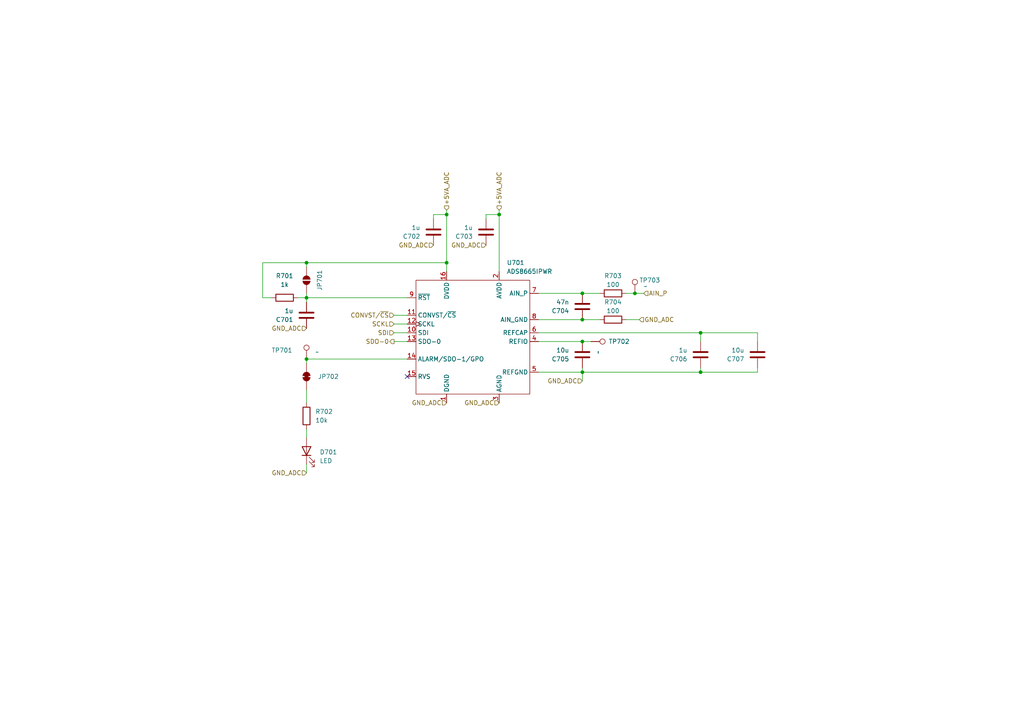
<source format=kicad_sch>
(kicad_sch
	(version 20231120)
	(generator "eeschema")
	(generator_version "8.0")
	(uuid "604e28fb-84bf-4194-9f42-c2afd33081d3")
	(paper "A4")
	(title_block
		(title "Measurement")
		(date "2025-02-22")
		(rev "0.0.0")
		(company "Open Battery Tester")
		(comment 1 "Analog Digital Converter")
	)
	(lib_symbols
		(symbol "meas:ADS866x"
			(exclude_from_sim no)
			(in_bom yes)
			(on_board yes)
			(property "Reference" "U"
				(at 0 15.24 0)
				(effects
					(font
						(size 1.27 1.27)
					)
				)
			)
			(property "Value" "ADS866x"
				(at 0 12.7 0)
				(effects
					(font
						(size 1.27 1.27)
					)
				)
			)
			(property "Footprint" "Package_SO:TSSOP-16_4.4x5mm_P0.65mm"
				(at 0 -41.91 0)
				(effects
					(font
						(size 1.27 1.27)
					)
					(hide yes)
				)
			)
			(property "Datasheet" "http://www.ti.com/lit/ds/symlink/ads8665.pdf"
				(at 0 -44.45 0)
				(effects
					(font
						(size 1.27 1.27)
					)
					(hide yes)
				)
			)
			(property "Description" "12-Bit, 500-kSPS/1.25-MSPS, 1-Channels, Single-Supply, SAR ADC with Programmable Input Range, TSSOP-14"
				(at 0 -38.1 0)
				(effects
					(font
						(size 1.27 1.27)
					)
					(hide yes)
				)
			)
			(property "ki_keywords" "adc analog digital spi bipolar input"
				(at 0 0 0)
				(effects
					(font
						(size 1.27 1.27)
					)
					(hide yes)
				)
			)
			(property "ki_fp_filters" "TSSOP*4.4x9.7mm*P0.5mm*"
				(at 0 0 0)
				(effects
					(font
						(size 1.27 1.27)
					)
					(hide yes)
				)
			)
			(symbol "ADS866x_0_0"
				(pin power_in line
					(at -7.62 -25.4 90)
					(length 2.54)
					(name "DGND"
						(effects
							(font
								(size 1.27 1.27)
							)
						)
					)
					(number "1"
						(effects
							(font
								(size 1.27 1.27)
							)
						)
					)
				)
				(pin input line
					(at -19.05 -5.08 0)
					(length 2.54)
					(name "SDI"
						(effects
							(font
								(size 1.27 1.27)
							)
						)
					)
					(number "10"
						(effects
							(font
								(size 1.27 1.27)
							)
						)
					)
				)
				(pin input line
					(at -19.05 0 0)
					(length 2.54)
					(name "CONVST/~{CS}"
						(effects
							(font
								(size 1.27 1.27)
							)
						)
					)
					(number "11"
						(effects
							(font
								(size 1.27 1.27)
							)
						)
					)
				)
				(pin input clock
					(at -19.05 -2.54 0)
					(length 2.54)
					(name "SCKL"
						(effects
							(font
								(size 1.27 1.27)
							)
						)
					)
					(number "12"
						(effects
							(font
								(size 1.27 1.27)
							)
						)
					)
				)
				(pin output line
					(at -19.05 -7.62 0)
					(length 2.54)
					(name "SDO-0"
						(effects
							(font
								(size 1.27 1.27)
							)
						)
					)
					(number "13"
						(effects
							(font
								(size 1.27 1.27)
							)
						)
					)
				)
				(pin output line
					(at -19.05 -12.7 0)
					(length 2.54)
					(name "ALARM/SDO-1/GPO"
						(effects
							(font
								(size 1.27 1.27)
							)
						)
					)
					(number "14"
						(effects
							(font
								(size 1.27 1.27)
							)
						)
					)
				)
				(pin output line
					(at -19.05 -17.78 0)
					(length 2.54)
					(name "RVS"
						(effects
							(font
								(size 1.27 1.27)
							)
						)
					)
					(number "15"
						(effects
							(font
								(size 1.27 1.27)
							)
						)
					)
				)
				(pin power_in line
					(at -7.62 12.7 270)
					(length 2.54)
					(name "DVDD"
						(effects
							(font
								(size 1.27 1.27)
							)
						)
					)
					(number "16"
						(effects
							(font
								(size 1.27 1.27)
							)
						)
					)
				)
				(pin power_in line
					(at 7.62 12.7 270)
					(length 2.54)
					(name "AVDD"
						(effects
							(font
								(size 1.27 1.27)
							)
						)
					)
					(number "2"
						(effects
							(font
								(size 1.27 1.27)
							)
						)
					)
				)
				(pin power_in line
					(at 7.62 -25.4 90)
					(length 2.54)
					(name "AGND"
						(effects
							(font
								(size 1.27 1.27)
							)
						)
					)
					(number "3"
						(effects
							(font
								(size 1.27 1.27)
							)
						)
					)
				)
				(pin bidirectional line
					(at 19.05 -7.62 180)
					(length 2.54)
					(name "REFIO"
						(effects
							(font
								(size 1.27 1.27)
							)
						)
					)
					(number "4"
						(effects
							(font
								(size 1.27 1.27)
							)
						)
					)
				)
				(pin power_in line
					(at 19.05 -16.51 180)
					(length 2.54)
					(name "REFGND"
						(effects
							(font
								(size 1.27 1.27)
							)
						)
					)
					(number "5"
						(effects
							(font
								(size 1.27 1.27)
							)
						)
					)
				)
				(pin output line
					(at 19.05 -5.08 180)
					(length 2.54)
					(name "REFCAP"
						(effects
							(font
								(size 1.27 1.27)
							)
						)
					)
					(number "6"
						(effects
							(font
								(size 1.27 1.27)
							)
						)
					)
				)
				(pin input line
					(at 19.05 6.35 180)
					(length 2.54)
					(name "AIN_P"
						(effects
							(font
								(size 1.27 1.27)
							)
						)
					)
					(number "7"
						(effects
							(font
								(size 1.27 1.27)
							)
						)
					)
				)
				(pin input line
					(at 19.05 -1.27 180)
					(length 2.54)
					(name "AIN_GND"
						(effects
							(font
								(size 1.27 1.27)
							)
						)
					)
					(number "8"
						(effects
							(font
								(size 1.27 1.27)
							)
						)
					)
				)
				(pin input line
					(at -19.05 5.08 0)
					(length 2.54)
					(name "~{RST}"
						(effects
							(font
								(size 1.27 1.27)
							)
						)
					)
					(number "9"
						(effects
							(font
								(size 1.27 1.27)
							)
						)
					)
				)
			)
			(symbol "ADS866x_0_1"
				(rectangle
					(start -16.51 10.16)
					(end 16.51 -22.86)
					(stroke
						(width 0)
						(type default)
					)
					(fill
						(type none)
					)
				)
			)
		)
		(symbol "meas:C"
			(pin_numbers hide)
			(pin_names
				(offset 0.254)
			)
			(exclude_from_sim no)
			(in_bom yes)
			(on_board yes)
			(property "Reference" "C"
				(at 0.635 2.54 0)
				(effects
					(font
						(size 1.27 1.27)
					)
					(justify left)
				)
			)
			(property "Value" "C"
				(at 0.635 -2.54 0)
				(effects
					(font
						(size 1.27 1.27)
					)
					(justify left)
				)
			)
			(property "Footprint" ""
				(at 0.9652 -3.81 0)
				(effects
					(font
						(size 1.27 1.27)
					)
					(hide yes)
				)
			)
			(property "Datasheet" "~"
				(at 0 0 0)
				(effects
					(font
						(size 1.27 1.27)
					)
					(hide yes)
				)
			)
			(property "Description" "Unpolarized capacitor"
				(at 0 0 0)
				(effects
					(font
						(size 1.27 1.27)
					)
					(hide yes)
				)
			)
			(property "ki_keywords" "cap capacitor"
				(at 0 0 0)
				(effects
					(font
						(size 1.27 1.27)
					)
					(hide yes)
				)
			)
			(property "ki_fp_filters" "C_*"
				(at 0 0 0)
				(effects
					(font
						(size 1.27 1.27)
					)
					(hide yes)
				)
			)
			(symbol "C_0_1"
				(polyline
					(pts
						(xy -2.032 -0.762) (xy 2.032 -0.762)
					)
					(stroke
						(width 0.508)
						(type default)
					)
					(fill
						(type none)
					)
				)
				(polyline
					(pts
						(xy -2.032 0.762) (xy 2.032 0.762)
					)
					(stroke
						(width 0.508)
						(type default)
					)
					(fill
						(type none)
					)
				)
			)
			(symbol "C_1_1"
				(pin passive line
					(at 0 3.81 270)
					(length 2.794)
					(name "~"
						(effects
							(font
								(size 1.27 1.27)
							)
						)
					)
					(number "1"
						(effects
							(font
								(size 1.27 1.27)
							)
						)
					)
				)
				(pin passive line
					(at 0 -3.81 90)
					(length 2.794)
					(name "~"
						(effects
							(font
								(size 1.27 1.27)
							)
						)
					)
					(number "2"
						(effects
							(font
								(size 1.27 1.27)
							)
						)
					)
				)
			)
		)
		(symbol "meas:LED"
			(pin_numbers hide)
			(pin_names
				(offset 1.016) hide)
			(exclude_from_sim no)
			(in_bom yes)
			(on_board yes)
			(property "Reference" "D"
				(at 0 2.54 0)
				(effects
					(font
						(size 1.27 1.27)
					)
				)
			)
			(property "Value" "LED"
				(at 0 -2.54 0)
				(effects
					(font
						(size 1.27 1.27)
					)
				)
			)
			(property "Footprint" ""
				(at 0 0 0)
				(effects
					(font
						(size 1.27 1.27)
					)
					(hide yes)
				)
			)
			(property "Datasheet" "~"
				(at 0 0 0)
				(effects
					(font
						(size 1.27 1.27)
					)
					(hide yes)
				)
			)
			(property "Description" "Light emitting diode"
				(at 0 0 0)
				(effects
					(font
						(size 1.27 1.27)
					)
					(hide yes)
				)
			)
			(property "ki_keywords" "LED diode"
				(at 0 0 0)
				(effects
					(font
						(size 1.27 1.27)
					)
					(hide yes)
				)
			)
			(property "ki_fp_filters" "LED* LED_SMD:* LED_THT:*"
				(at 0 0 0)
				(effects
					(font
						(size 1.27 1.27)
					)
					(hide yes)
				)
			)
			(symbol "LED_0_1"
				(polyline
					(pts
						(xy -1.27 -1.27) (xy -1.27 1.27)
					)
					(stroke
						(width 0.254)
						(type default)
					)
					(fill
						(type none)
					)
				)
				(polyline
					(pts
						(xy -1.27 0) (xy 1.27 0)
					)
					(stroke
						(width 0)
						(type default)
					)
					(fill
						(type none)
					)
				)
				(polyline
					(pts
						(xy 1.27 -1.27) (xy 1.27 1.27) (xy -1.27 0) (xy 1.27 -1.27)
					)
					(stroke
						(width 0.254)
						(type default)
					)
					(fill
						(type none)
					)
				)
				(polyline
					(pts
						(xy -3.048 -0.762) (xy -4.572 -2.286) (xy -3.81 -2.286) (xy -4.572 -2.286) (xy -4.572 -1.524)
					)
					(stroke
						(width 0)
						(type default)
					)
					(fill
						(type none)
					)
				)
				(polyline
					(pts
						(xy -1.778 -0.762) (xy -3.302 -2.286) (xy -2.54 -2.286) (xy -3.302 -2.286) (xy -3.302 -1.524)
					)
					(stroke
						(width 0)
						(type default)
					)
					(fill
						(type none)
					)
				)
			)
			(symbol "LED_1_1"
				(pin passive line
					(at -3.81 0 0)
					(length 2.54)
					(name "K"
						(effects
							(font
								(size 1.27 1.27)
							)
						)
					)
					(number "1"
						(effects
							(font
								(size 1.27 1.27)
							)
						)
					)
				)
				(pin passive line
					(at 3.81 0 180)
					(length 2.54)
					(name "A"
						(effects
							(font
								(size 1.27 1.27)
							)
						)
					)
					(number "2"
						(effects
							(font
								(size 1.27 1.27)
							)
						)
					)
				)
			)
		)
		(symbol "meas:R"
			(pin_numbers hide)
			(pin_names
				(offset 0)
			)
			(exclude_from_sim no)
			(in_bom yes)
			(on_board yes)
			(property "Reference" "R"
				(at 2.032 0 90)
				(effects
					(font
						(size 1.27 1.27)
					)
				)
			)
			(property "Value" "R"
				(at 0 0 90)
				(effects
					(font
						(size 1.27 1.27)
					)
				)
			)
			(property "Footprint" ""
				(at -1.778 0 90)
				(effects
					(font
						(size 1.27 1.27)
					)
					(hide yes)
				)
			)
			(property "Datasheet" "~"
				(at 0 0 0)
				(effects
					(font
						(size 1.27 1.27)
					)
					(hide yes)
				)
			)
			(property "Description" "Resistor"
				(at 0 0 0)
				(effects
					(font
						(size 1.27 1.27)
					)
					(hide yes)
				)
			)
			(property "ki_keywords" "R res resistor"
				(at 0 0 0)
				(effects
					(font
						(size 1.27 1.27)
					)
					(hide yes)
				)
			)
			(property "ki_fp_filters" "R_*"
				(at 0 0 0)
				(effects
					(font
						(size 1.27 1.27)
					)
					(hide yes)
				)
			)
			(symbol "R_0_1"
				(rectangle
					(start -1.016 -2.54)
					(end 1.016 2.54)
					(stroke
						(width 0.254)
						(type default)
					)
					(fill
						(type none)
					)
				)
			)
			(symbol "R_1_1"
				(pin passive line
					(at 0 3.81 270)
					(length 1.27)
					(name "~"
						(effects
							(font
								(size 1.27 1.27)
							)
						)
					)
					(number "1"
						(effects
							(font
								(size 1.27 1.27)
							)
						)
					)
				)
				(pin passive line
					(at 0 -3.81 90)
					(length 1.27)
					(name "~"
						(effects
							(font
								(size 1.27 1.27)
							)
						)
					)
					(number "2"
						(effects
							(font
								(size 1.27 1.27)
							)
						)
					)
				)
			)
		)
		(symbol "meas:SolderJumper_2_Bridged"
			(pin_numbers hide)
			(pin_names
				(offset 0) hide)
			(exclude_from_sim yes)
			(in_bom no)
			(on_board yes)
			(property "Reference" "JP"
				(at 0 2.032 0)
				(effects
					(font
						(size 1.27 1.27)
					)
				)
			)
			(property "Value" "SolderJumper_2_Bridged"
				(at 0 -2.54 0)
				(effects
					(font
						(size 1.27 1.27)
					)
				)
			)
			(property "Footprint" ""
				(at 0 0 0)
				(effects
					(font
						(size 1.27 1.27)
					)
					(hide yes)
				)
			)
			(property "Datasheet" "~"
				(at 0 0 0)
				(effects
					(font
						(size 1.27 1.27)
					)
					(hide yes)
				)
			)
			(property "Description" "Solder Jumper, 2-pole, closed/bridged"
				(at 0 0 0)
				(effects
					(font
						(size 1.27 1.27)
					)
					(hide yes)
				)
			)
			(property "ki_keywords" "solder jumper SPST"
				(at 0 0 0)
				(effects
					(font
						(size 1.27 1.27)
					)
					(hide yes)
				)
			)
			(property "ki_fp_filters" "SolderJumper*Bridged*"
				(at 0 0 0)
				(effects
					(font
						(size 1.27 1.27)
					)
					(hide yes)
				)
			)
			(symbol "SolderJumper_2_Bridged_0_1"
				(rectangle
					(start -0.508 0.508)
					(end 0.508 -0.508)
					(stroke
						(width 0)
						(type default)
					)
					(fill
						(type outline)
					)
				)
				(arc
					(start -0.254 1.016)
					(mid -1.2656 0)
					(end -0.254 -1.016)
					(stroke
						(width 0)
						(type default)
					)
					(fill
						(type none)
					)
				)
				(arc
					(start -0.254 1.016)
					(mid -1.2656 0)
					(end -0.254 -1.016)
					(stroke
						(width 0)
						(type default)
					)
					(fill
						(type outline)
					)
				)
				(polyline
					(pts
						(xy -0.254 1.016) (xy -0.254 -1.016)
					)
					(stroke
						(width 0)
						(type default)
					)
					(fill
						(type none)
					)
				)
				(polyline
					(pts
						(xy 0.254 1.016) (xy 0.254 -1.016)
					)
					(stroke
						(width 0)
						(type default)
					)
					(fill
						(type none)
					)
				)
				(arc
					(start 0.254 -1.016)
					(mid 1.2656 0)
					(end 0.254 1.016)
					(stroke
						(width 0)
						(type default)
					)
					(fill
						(type none)
					)
				)
				(arc
					(start 0.254 -1.016)
					(mid 1.2656 0)
					(end 0.254 1.016)
					(stroke
						(width 0)
						(type default)
					)
					(fill
						(type outline)
					)
				)
			)
			(symbol "SolderJumper_2_Bridged_1_1"
				(pin passive line
					(at -3.81 0 0)
					(length 2.54)
					(name "A"
						(effects
							(font
								(size 1.27 1.27)
							)
						)
					)
					(number "1"
						(effects
							(font
								(size 1.27 1.27)
							)
						)
					)
				)
				(pin passive line
					(at 3.81 0 180)
					(length 2.54)
					(name "B"
						(effects
							(font
								(size 1.27 1.27)
							)
						)
					)
					(number "2"
						(effects
							(font
								(size 1.27 1.27)
							)
						)
					)
				)
			)
		)
		(symbol "meas:SolderJumper_2_Open"
			(pin_numbers hide)
			(pin_names
				(offset 0) hide)
			(exclude_from_sim yes)
			(in_bom no)
			(on_board yes)
			(property "Reference" "JP"
				(at 0 2.032 0)
				(effects
					(font
						(size 1.27 1.27)
					)
				)
			)
			(property "Value" "SolderJumper_2_Open"
				(at 0 -2.54 0)
				(effects
					(font
						(size 1.27 1.27)
					)
				)
			)
			(property "Footprint" ""
				(at 0 0 0)
				(effects
					(font
						(size 1.27 1.27)
					)
					(hide yes)
				)
			)
			(property "Datasheet" "~"
				(at 0 0 0)
				(effects
					(font
						(size 1.27 1.27)
					)
					(hide yes)
				)
			)
			(property "Description" "Solder Jumper, 2-pole, open"
				(at 0 0 0)
				(effects
					(font
						(size 1.27 1.27)
					)
					(hide yes)
				)
			)
			(property "ki_keywords" "solder jumper SPST"
				(at 0 0 0)
				(effects
					(font
						(size 1.27 1.27)
					)
					(hide yes)
				)
			)
			(property "ki_fp_filters" "SolderJumper*Open*"
				(at 0 0 0)
				(effects
					(font
						(size 1.27 1.27)
					)
					(hide yes)
				)
			)
			(symbol "SolderJumper_2_Open_0_1"
				(arc
					(start -0.254 1.016)
					(mid -1.2656 0)
					(end -0.254 -1.016)
					(stroke
						(width 0)
						(type default)
					)
					(fill
						(type none)
					)
				)
				(arc
					(start -0.254 1.016)
					(mid -1.2656 0)
					(end -0.254 -1.016)
					(stroke
						(width 0)
						(type default)
					)
					(fill
						(type outline)
					)
				)
				(polyline
					(pts
						(xy -0.254 1.016) (xy -0.254 -1.016)
					)
					(stroke
						(width 0)
						(type default)
					)
					(fill
						(type none)
					)
				)
				(polyline
					(pts
						(xy 0.254 1.016) (xy 0.254 -1.016)
					)
					(stroke
						(width 0)
						(type default)
					)
					(fill
						(type none)
					)
				)
				(arc
					(start 0.254 -1.016)
					(mid 1.2656 0)
					(end 0.254 1.016)
					(stroke
						(width 0)
						(type default)
					)
					(fill
						(type none)
					)
				)
				(arc
					(start 0.254 -1.016)
					(mid 1.2656 0)
					(end 0.254 1.016)
					(stroke
						(width 0)
						(type default)
					)
					(fill
						(type outline)
					)
				)
			)
			(symbol "SolderJumper_2_Open_1_1"
				(pin passive line
					(at -3.81 0 0)
					(length 2.54)
					(name "A"
						(effects
							(font
								(size 1.27 1.27)
							)
						)
					)
					(number "1"
						(effects
							(font
								(size 1.27 1.27)
							)
						)
					)
				)
				(pin passive line
					(at 3.81 0 180)
					(length 2.54)
					(name "B"
						(effects
							(font
								(size 1.27 1.27)
							)
						)
					)
					(number "2"
						(effects
							(font
								(size 1.27 1.27)
							)
						)
					)
				)
			)
		)
		(symbol "meas:TestPoint"
			(pin_numbers hide)
			(pin_names
				(offset 0.762) hide)
			(exclude_from_sim no)
			(in_bom yes)
			(on_board yes)
			(property "Reference" "TP"
				(at 0 6.858 0)
				(effects
					(font
						(size 1.27 1.27)
					)
				)
			)
			(property "Value" "TestPoint"
				(at 0 5.08 0)
				(effects
					(font
						(size 1.27 1.27)
					)
				)
			)
			(property "Footprint" ""
				(at 5.08 0 0)
				(effects
					(font
						(size 1.27 1.27)
					)
					(hide yes)
				)
			)
			(property "Datasheet" "~"
				(at 5.08 0 0)
				(effects
					(font
						(size 1.27 1.27)
					)
					(hide yes)
				)
			)
			(property "Description" "test point"
				(at 0 0 0)
				(effects
					(font
						(size 1.27 1.27)
					)
					(hide yes)
				)
			)
			(property "ki_keywords" "test point tp"
				(at 0 0 0)
				(effects
					(font
						(size 1.27 1.27)
					)
					(hide yes)
				)
			)
			(property "ki_fp_filters" "Pin* Test*"
				(at 0 0 0)
				(effects
					(font
						(size 1.27 1.27)
					)
					(hide yes)
				)
			)
			(symbol "TestPoint_0_1"
				(circle
					(center 0 3.302)
					(radius 0.762)
					(stroke
						(width 0)
						(type default)
					)
					(fill
						(type none)
					)
				)
			)
			(symbol "TestPoint_1_1"
				(pin passive line
					(at 0 0 90)
					(length 2.54)
					(name "1"
						(effects
							(font
								(size 1.27 1.27)
							)
						)
					)
					(number "1"
						(effects
							(font
								(size 1.27 1.27)
							)
						)
					)
				)
			)
		)
	)
	(junction
		(at 168.91 99.06)
		(diameter 0)
		(color 0 0 0 0)
		(uuid "0ef6d133-71b5-4a3a-a33c-ac6b82e97842")
	)
	(junction
		(at 129.54 76.2)
		(diameter 0)
		(color 0 0 0 0)
		(uuid "130a13ac-629f-45c6-86ce-3571e4674b1f")
	)
	(junction
		(at 203.2 107.95)
		(diameter 0)
		(color 0 0 0 0)
		(uuid "374774dc-6663-43cc-9bc9-032c2cb9d21c")
	)
	(junction
		(at 88.9 76.2)
		(diameter 0)
		(color 0 0 0 0)
		(uuid "3953dd1b-bff3-486f-bdd2-33a5d9232e9a")
	)
	(junction
		(at 144.78 62.23)
		(diameter 0)
		(color 0 0 0 0)
		(uuid "503362d0-f6fc-48e2-8a90-8ee255f7318b")
	)
	(junction
		(at 168.91 85.09)
		(diameter 0)
		(color 0 0 0 0)
		(uuid "612c9192-48de-491e-9357-8ddf43786095")
	)
	(junction
		(at 168.91 92.71)
		(diameter 0)
		(color 0 0 0 0)
		(uuid "670ff72c-1f28-42da-ade0-3ac91a280f4a")
	)
	(junction
		(at 88.9 86.36)
		(diameter 0)
		(color 0 0 0 0)
		(uuid "68068b77-60cd-40da-a0f5-26ea71e8225a")
	)
	(junction
		(at 88.9 104.14)
		(diameter 0)
		(color 0 0 0 0)
		(uuid "77a88480-680b-488e-bda6-111033636371")
	)
	(junction
		(at 168.91 107.95)
		(diameter 0)
		(color 0 0 0 0)
		(uuid "b99a651e-9d53-43e7-abf1-2b404e17780d")
	)
	(junction
		(at 203.2 96.52)
		(diameter 0)
		(color 0 0 0 0)
		(uuid "c81e2ac0-e0c5-4639-b33a-ec2280867071")
	)
	(junction
		(at 184.15 85.09)
		(diameter 0)
		(color 0 0 0 0)
		(uuid "f4b9dc1f-381e-4a82-9523-b44f4bacf219")
	)
	(junction
		(at 129.54 62.23)
		(diameter 0)
		(color 0 0 0 0)
		(uuid "f9fe6755-dcb5-4c19-8efb-f577610c50b9")
	)
	(no_connect
		(at 118.11 109.22)
		(uuid "7c617094-28a6-4351-b8c9-c3e8b3dd2b99")
	)
	(wire
		(pts
			(xy 203.2 107.95) (xy 219.71 107.95)
		)
		(stroke
			(width 0)
			(type default)
		)
		(uuid "04b47101-8dc4-44bc-be46-03b6f3e7bcb5")
	)
	(wire
		(pts
			(xy 219.71 107.95) (xy 219.71 106.68)
		)
		(stroke
			(width 0)
			(type default)
		)
		(uuid "04fe6c85-04e2-48d1-b30a-9ad023b94021")
	)
	(wire
		(pts
			(xy 168.91 85.09) (xy 173.99 85.09)
		)
		(stroke
			(width 0)
			(type default)
		)
		(uuid "06297c36-3422-408c-a387-4b1e678f0f9e")
	)
	(wire
		(pts
			(xy 114.3 96.52) (xy 118.11 96.52)
		)
		(stroke
			(width 0)
			(type default)
		)
		(uuid "0e50c7a4-f264-42b1-b459-0201b54637a3")
	)
	(wire
		(pts
			(xy 203.2 96.52) (xy 219.71 96.52)
		)
		(stroke
			(width 0)
			(type default)
		)
		(uuid "10462f7b-3dba-45d8-9699-baa2e512e34d")
	)
	(wire
		(pts
			(xy 144.78 62.23) (xy 140.97 62.23)
		)
		(stroke
			(width 0)
			(type default)
		)
		(uuid "15fc3ec9-665d-4141-8bca-8b46e421d7dc")
	)
	(wire
		(pts
			(xy 76.2 76.2) (xy 88.9 76.2)
		)
		(stroke
			(width 0)
			(type default)
		)
		(uuid "1c1e0c6e-49ff-4645-8b7b-afef0fd25d1e")
	)
	(wire
		(pts
			(xy 168.91 107.95) (xy 168.91 110.49)
		)
		(stroke
			(width 0)
			(type default)
		)
		(uuid "21e4492c-49de-4a0d-b6fe-285bcc46470a")
	)
	(wire
		(pts
			(xy 168.91 106.68) (xy 168.91 107.95)
		)
		(stroke
			(width 0)
			(type default)
		)
		(uuid "264d4bac-7602-4ad1-bac2-1051df301c38")
	)
	(wire
		(pts
			(xy 88.9 76.2) (xy 88.9 77.47)
		)
		(stroke
			(width 0)
			(type default)
		)
		(uuid "28493af0-6631-42b1-9d70-01af6949dfad")
	)
	(wire
		(pts
			(xy 168.91 92.71) (xy 173.99 92.71)
		)
		(stroke
			(width 0)
			(type default)
		)
		(uuid "4a4717d1-cd78-4c58-9925-d381894fc397")
	)
	(wire
		(pts
			(xy 181.61 92.71) (xy 185.42 92.71)
		)
		(stroke
			(width 0)
			(type default)
		)
		(uuid "4ab11fbc-77be-4045-8175-0c928a295232")
	)
	(wire
		(pts
			(xy 88.9 104.14) (xy 118.11 104.14)
		)
		(stroke
			(width 0)
			(type default)
		)
		(uuid "531def58-dbc3-441a-a0f2-e81cbc1b7448")
	)
	(wire
		(pts
			(xy 129.54 62.23) (xy 129.54 76.2)
		)
		(stroke
			(width 0)
			(type default)
		)
		(uuid "5795c535-393f-4b49-a1fe-1de417810773")
	)
	(wire
		(pts
			(xy 88.9 87.63) (xy 88.9 86.36)
		)
		(stroke
			(width 0)
			(type default)
		)
		(uuid "58d0e741-9464-440a-9c9a-d173ee6e7c65")
	)
	(wire
		(pts
			(xy 144.78 60.96) (xy 144.78 62.23)
		)
		(stroke
			(width 0)
			(type default)
		)
		(uuid "5fae1dc3-c077-4a0e-948f-07f579aba7c7")
	)
	(wire
		(pts
			(xy 114.3 93.98) (xy 118.11 93.98)
		)
		(stroke
			(width 0)
			(type default)
		)
		(uuid "6585aaee-c927-4d0e-885d-1cae24ab1fbd")
	)
	(wire
		(pts
			(xy 114.3 91.44) (xy 118.11 91.44)
		)
		(stroke
			(width 0)
			(type default)
		)
		(uuid "68a1518d-12b8-4b75-b155-c8bd119122fb")
	)
	(wire
		(pts
			(xy 219.71 99.06) (xy 219.71 96.52)
		)
		(stroke
			(width 0)
			(type default)
		)
		(uuid "6e3a45a8-00df-434b-9607-ba7480f3ffb2")
	)
	(wire
		(pts
			(xy 129.54 62.23) (xy 125.73 62.23)
		)
		(stroke
			(width 0)
			(type default)
		)
		(uuid "70361b35-10b5-4bac-a708-939721c538ce")
	)
	(wire
		(pts
			(xy 156.21 85.09) (xy 168.91 85.09)
		)
		(stroke
			(width 0)
			(type default)
		)
		(uuid "72d4afd4-cfb8-4493-8a84-71e2789cd9ec")
	)
	(wire
		(pts
			(xy 156.21 92.71) (xy 168.91 92.71)
		)
		(stroke
			(width 0)
			(type default)
		)
		(uuid "73f18bc0-e7a6-412e-bdd5-8270424bc6bb")
	)
	(wire
		(pts
			(xy 88.9 116.84) (xy 88.9 113.03)
		)
		(stroke
			(width 0)
			(type default)
		)
		(uuid "75771cfb-50a1-4ea6-8992-2c40d8f1b90d")
	)
	(wire
		(pts
			(xy 171.45 99.06) (xy 168.91 99.06)
		)
		(stroke
			(width 0)
			(type default)
		)
		(uuid "7617fea2-96b4-4182-bbb9-47938fc80389")
	)
	(wire
		(pts
			(xy 88.9 86.36) (xy 118.11 86.36)
		)
		(stroke
			(width 0)
			(type default)
		)
		(uuid "8805eef0-dff4-4d8b-a170-ac00cb520549")
	)
	(wire
		(pts
			(xy 184.15 85.09) (xy 181.61 85.09)
		)
		(stroke
			(width 0)
			(type default)
		)
		(uuid "90d5aa7f-46c3-4ed2-96eb-d0fa2f5f8a12")
	)
	(wire
		(pts
			(xy 86.36 86.36) (xy 88.9 86.36)
		)
		(stroke
			(width 0)
			(type default)
		)
		(uuid "919c9293-92b5-4e0b-8e9c-7fbc7a799415")
	)
	(wire
		(pts
			(xy 76.2 86.36) (xy 76.2 76.2)
		)
		(stroke
			(width 0)
			(type default)
		)
		(uuid "97d2f179-b86e-4b2e-800f-5f71336e485e")
	)
	(wire
		(pts
			(xy 129.54 60.96) (xy 129.54 62.23)
		)
		(stroke
			(width 0)
			(type default)
		)
		(uuid "9e2cc25a-a0bd-4e53-ae9c-70bc936164aa")
	)
	(wire
		(pts
			(xy 114.3 99.06) (xy 118.11 99.06)
		)
		(stroke
			(width 0)
			(type default)
		)
		(uuid "a1c52f06-c966-4739-aee0-afcb72d82e41")
	)
	(wire
		(pts
			(xy 156.21 107.95) (xy 168.91 107.95)
		)
		(stroke
			(width 0)
			(type default)
		)
		(uuid "a4df3c7f-9e7e-49f8-9537-304f720a6cdc")
	)
	(wire
		(pts
			(xy 144.78 62.23) (xy 144.78 78.74)
		)
		(stroke
			(width 0)
			(type default)
		)
		(uuid "a9cd5f50-e382-46ae-879c-5be9851a81c5")
	)
	(wire
		(pts
			(xy 156.21 99.06) (xy 168.91 99.06)
		)
		(stroke
			(width 0)
			(type default)
		)
		(uuid "b478116b-be3c-41d8-aacd-cb5d5844bb28")
	)
	(wire
		(pts
			(xy 78.74 86.36) (xy 76.2 86.36)
		)
		(stroke
			(width 0)
			(type default)
		)
		(uuid "b9e8b333-7c23-4463-980f-9fc7bad3097e")
	)
	(wire
		(pts
			(xy 168.91 107.95) (xy 203.2 107.95)
		)
		(stroke
			(width 0)
			(type default)
		)
		(uuid "c156c80c-0a8d-420f-b47e-3da941514d04")
	)
	(wire
		(pts
			(xy 186.69 85.09) (xy 184.15 85.09)
		)
		(stroke
			(width 0)
			(type default)
		)
		(uuid "cc38cd55-b65f-44e8-989f-448db212c054")
	)
	(wire
		(pts
			(xy 88.9 76.2) (xy 129.54 76.2)
		)
		(stroke
			(width 0)
			(type default)
		)
		(uuid "da6a04ed-0970-4109-be94-eb729a7b87a6")
	)
	(wire
		(pts
			(xy 203.2 106.68) (xy 203.2 107.95)
		)
		(stroke
			(width 0)
			(type default)
		)
		(uuid "dcb9001e-ea57-417e-93ff-8b1ba97deda3")
	)
	(wire
		(pts
			(xy 125.73 62.23) (xy 125.73 63.5)
		)
		(stroke
			(width 0)
			(type default)
		)
		(uuid "ddd7c028-c172-4d97-86ea-0e9b7ef1ae1c")
	)
	(wire
		(pts
			(xy 88.9 85.09) (xy 88.9 86.36)
		)
		(stroke
			(width 0)
			(type default)
		)
		(uuid "e27df41e-f48b-4756-be31-553556ea609f")
	)
	(wire
		(pts
			(xy 129.54 76.2) (xy 129.54 78.74)
		)
		(stroke
			(width 0)
			(type default)
		)
		(uuid "e8006d45-95d4-4935-8610-228d961dc32b")
	)
	(wire
		(pts
			(xy 140.97 62.23) (xy 140.97 63.5)
		)
		(stroke
			(width 0)
			(type default)
		)
		(uuid "eb0c74e0-d4b5-4228-a9c4-c68fa3420e0e")
	)
	(wire
		(pts
			(xy 156.21 96.52) (xy 203.2 96.52)
		)
		(stroke
			(width 0)
			(type default)
		)
		(uuid "ed31b09e-6951-42e0-a2e8-baa44b2931cb")
	)
	(wire
		(pts
			(xy 88.9 105.41) (xy 88.9 104.14)
		)
		(stroke
			(width 0)
			(type default)
		)
		(uuid "ee0f5fb8-6307-4a41-9f2c-71cf6ec6df48")
	)
	(wire
		(pts
			(xy 88.9 124.46) (xy 88.9 127)
		)
		(stroke
			(width 0)
			(type default)
		)
		(uuid "f739dcce-1bcc-40bb-8d74-ec8948cb05d9")
	)
	(wire
		(pts
			(xy 203.2 96.52) (xy 203.2 99.06)
		)
		(stroke
			(width 0)
			(type default)
		)
		(uuid "fbd6100a-d95e-4650-b4a3-1288d31fc9a0")
	)
	(wire
		(pts
			(xy 88.9 137.16) (xy 88.9 134.62)
		)
		(stroke
			(width 0)
			(type default)
		)
		(uuid "fc1fac27-d2a1-4e42-b4ae-284d7afdce2a")
	)
	(hierarchical_label "GND_ADC"
		(shape input)
		(at 125.73 71.12 180)
		(fields_autoplaced yes)
		(effects
			(font
				(size 1.27 1.27)
			)
			(justify right)
		)
		(uuid "3b995349-df9c-475a-9f02-faca7adf2cbe")
	)
	(hierarchical_label "+5VA_ADC"
		(shape input)
		(at 129.54 60.96 90)
		(fields_autoplaced yes)
		(effects
			(font
				(size 1.27 1.27)
			)
			(justify left)
		)
		(uuid "43615579-723b-46e1-9c6b-ea830acfa639")
	)
	(hierarchical_label "AIN_P"
		(shape input)
		(at 186.69 85.09 0)
		(fields_autoplaced yes)
		(effects
			(font
				(size 1.27 1.27)
			)
			(justify left)
		)
		(uuid "4a9e3798-758e-4987-8dcc-dd7ccfc844bb")
	)
	(hierarchical_label "GND_ADC"
		(shape input)
		(at 88.9 95.25 180)
		(fields_autoplaced yes)
		(effects
			(font
				(size 1.27 1.27)
			)
			(justify right)
		)
		(uuid "6529a81f-a69b-41af-9618-cc8bc603af49")
	)
	(hierarchical_label "SDI"
		(shape input)
		(at 114.3 96.52 180)
		(fields_autoplaced yes)
		(effects
			(font
				(size 1.27 1.27)
			)
			(justify right)
		)
		(uuid "68aa3dd0-895a-4ba2-a910-be19ab230e84")
	)
	(hierarchical_label "GND_ADC"
		(shape input)
		(at 88.9 137.16 180)
		(fields_autoplaced yes)
		(effects
			(font
				(size 1.27 1.27)
			)
			(justify right)
		)
		(uuid "729d73cf-d9e2-4eb5-95b4-4874af1e8e95")
	)
	(hierarchical_label "CONVST{slash}~{CS}"
		(shape input)
		(at 114.3 91.44 180)
		(fields_autoplaced yes)
		(effects
			(font
				(size 1.27 1.27)
			)
			(justify right)
		)
		(uuid "8d782970-55a8-4437-a583-eda6c2928965")
	)
	(hierarchical_label "SCKL"
		(shape input)
		(at 114.3 93.98 180)
		(fields_autoplaced yes)
		(effects
			(font
				(size 1.27 1.27)
			)
			(justify right)
		)
		(uuid "a145fe83-37cf-4496-b7c1-cf76fac906cc")
	)
	(hierarchical_label "GND_ADC"
		(shape input)
		(at 168.91 110.49 180)
		(fields_autoplaced yes)
		(effects
			(font
				(size 1.27 1.27)
			)
			(justify right)
		)
		(uuid "b01d8d19-0360-4f67-988d-1ce09da7cdfe")
	)
	(hierarchical_label "GND_ADC"
		(shape input)
		(at 185.42 92.71 0)
		(fields_autoplaced yes)
		(effects
			(font
				(size 1.27 1.27)
			)
			(justify left)
		)
		(uuid "c3eb0f94-a4b5-4b41-a77a-ac63c191ab9a")
	)
	(hierarchical_label "GND_ADC"
		(shape input)
		(at 140.97 71.12 180)
		(fields_autoplaced yes)
		(effects
			(font
				(size 1.27 1.27)
			)
			(justify right)
		)
		(uuid "d21e4ce5-4f9f-4e94-bd11-af7f5b592fe0")
	)
	(hierarchical_label "GND_ADC"
		(shape input)
		(at 129.54 116.84 180)
		(fields_autoplaced yes)
		(effects
			(font
				(size 1.27 1.27)
			)
			(justify right)
		)
		(uuid "d4234fef-4722-410d-b7c6-08058c4226bd")
	)
	(hierarchical_label "GND_ADC"
		(shape input)
		(at 144.78 116.84 180)
		(fields_autoplaced yes)
		(effects
			(font
				(size 1.27 1.27)
			)
			(justify right)
		)
		(uuid "e6d6b197-60a3-4bfd-aaaa-747306793b67")
	)
	(hierarchical_label "SDO-0"
		(shape output)
		(at 114.3 99.06 180)
		(fields_autoplaced yes)
		(effects
			(font
				(size 1.27 1.27)
			)
			(justify right)
		)
		(uuid "e93b3811-82f9-4e0d-ba1b-f576ee311142")
	)
	(hierarchical_label "+5VA_ADC"
		(shape input)
		(at 144.78 60.96 90)
		(fields_autoplaced yes)
		(effects
			(font
				(size 1.27 1.27)
			)
			(justify left)
		)
		(uuid "ef902f4b-2b1a-4481-beb1-7b5fc7caded9")
	)
	(symbol
		(lib_id "meas:C")
		(at 88.9 91.44 180)
		(unit 1)
		(exclude_from_sim no)
		(in_bom yes)
		(on_board yes)
		(dnp no)
		(uuid "061cbdd3-52b4-40cf-97ef-fbbd974426b6")
		(property "Reference" "C701"
			(at 85.09 92.7101 0)
			(effects
				(font
					(size 1.27 1.27)
				)
				(justify left)
			)
		)
		(property "Value" "1u"
			(at 85.09 90.1701 0)
			(effects
				(font
					(size 1.27 1.27)
				)
				(justify left)
			)
		)
		(property "Footprint" "pss:C_0603_1608Metric_Pad1.08x0.95mm_HandSolder"
			(at 87.9348 87.63 0)
			(effects
				(font
					(size 1.27 1.27)
				)
				(hide yes)
			)
		)
		(property "Datasheet" "./datasheet/C_SMD_X7R_Kemet.pdf"
			(at 88.9 91.44 0)
			(effects
				(font
					(size 1.27 1.27)
				)
				(hide yes)
			)
		)
		(property "Description" "Unpolarized capacitor"
			(at 88.9 91.44 0)
			(effects
				(font
					(size 1.27 1.27)
				)
				(hide yes)
			)
		)
		(property "MPN" "C0603C105K4RACTU"
			(at 88.9 91.44 0)
			(effects
				(font
					(size 1.27 1.27)
				)
				(hide yes)
			)
		)
		(property "VPN" "80-C0603C105K4R"
			(at 88.9 91.44 0)
			(effects
				(font
					(size 1.27 1.27)
				)
				(hide yes)
			)
		)
		(pin "1"
			(uuid "b679c28a-4e9f-403d-8d46-d93e4ca50f0f")
		)
		(pin "2"
			(uuid "0c2d9d33-7b0f-4726-9cca-2b95516165cc")
		)
		(instances
			(project "meas"
				(path "/f710e4da-f895-4fe1-9122-3234febe82c7/1d9ec1c6-3f8b-4d8c-ae91-e24bdcfacfe8"
					(reference "C701")
					(unit 1)
				)
				(path "/f710e4da-f895-4fe1-9122-3234febe82c7/57745d28-e888-4c41-bc36-79a8ee7a19bd"
					(reference "C801")
					(unit 1)
				)
				(path "/f710e4da-f895-4fe1-9122-3234febe82c7/380211f9-e561-408b-b124-4005600d686d"
					(reference "C601")
					(unit 1)
				)
			)
		)
	)
	(symbol
		(lib_id "meas:R")
		(at 177.8 85.09 90)
		(unit 1)
		(exclude_from_sim no)
		(in_bom yes)
		(on_board yes)
		(dnp no)
		(uuid "31c14384-1a8c-4f2b-8d81-2df8dd8c5257")
		(property "Reference" "R703"
			(at 177.8 80.01 90)
			(effects
				(font
					(size 1.27 1.27)
				)
			)
		)
		(property "Value" "100"
			(at 177.8 82.55 90)
			(effects
				(font
					(size 1.27 1.27)
				)
			)
		)
		(property "Footprint" "pss:R_1210_3225Metric_Pad1.30x2.65mm_HandSolder"
			(at 177.8 86.868 90)
			(effects
				(font
					(size 1.27 1.27)
				)
				(hide yes)
			)
		)
		(property "Datasheet" "./datasheet/R_SMD_Yageo.pdf"
			(at 177.8 85.09 0)
			(effects
				(font
					(size 1.27 1.27)
				)
				(hide yes)
			)
		)
		(property "Description" "Resistor"
			(at 177.8 85.09 0)
			(effects
				(font
					(size 1.27 1.27)
				)
				(hide yes)
			)
		)
		(property "MPN" "RC1210FR-07100RL"
			(at 177.8 85.09 0)
			(effects
				(font
					(size 1.27 1.27)
				)
				(hide yes)
			)
		)
		(property "VPN" "603-RC1210FR-07100RL"
			(at 177.8 85.09 0)
			(effects
				(font
					(size 1.27 1.27)
				)
				(hide yes)
			)
		)
		(pin "1"
			(uuid "05348ac8-cc24-416b-bd74-345d7005d3f3")
		)
		(pin "2"
			(uuid "bc31e740-5783-472f-878d-a7b4d448c3b6")
		)
		(instances
			(project "meas"
				(path "/f710e4da-f895-4fe1-9122-3234febe82c7/1d9ec1c6-3f8b-4d8c-ae91-e24bdcfacfe8"
					(reference "R703")
					(unit 1)
				)
				(path "/f710e4da-f895-4fe1-9122-3234febe82c7/57745d28-e888-4c41-bc36-79a8ee7a19bd"
					(reference "R803")
					(unit 1)
				)
				(path "/f710e4da-f895-4fe1-9122-3234febe82c7/380211f9-e561-408b-b124-4005600d686d"
					(reference "R603")
					(unit 1)
				)
			)
		)
	)
	(symbol
		(lib_id "meas:C")
		(at 168.91 102.87 180)
		(unit 1)
		(exclude_from_sim no)
		(in_bom yes)
		(on_board yes)
		(dnp no)
		(uuid "33ea3452-51d0-4fb1-8750-b14263bb4fbc")
		(property "Reference" "C705"
			(at 165.1 104.1401 0)
			(effects
				(font
					(size 1.27 1.27)
				)
				(justify left)
			)
		)
		(property "Value" "10u"
			(at 165.1 101.6001 0)
			(effects
				(font
					(size 1.27 1.27)
				)
				(justify left)
			)
		)
		(property "Footprint" "pss:C_1210_3225Metric_Pad1.33x2.70mm_HandSolder"
			(at 167.9448 99.06 0)
			(effects
				(font
					(size 1.27 1.27)
				)
				(hide yes)
			)
		)
		(property "Datasheet" "./datasheet/C_SMD_X7R_Kemet.pdf"
			(at 168.91 102.87 0)
			(effects
				(font
					(size 1.27 1.27)
				)
				(hide yes)
			)
		)
		(property "Description" "Unpolarized capacitor"
			(at 168.91 102.87 0)
			(effects
				(font
					(size 1.27 1.27)
				)
				(hide yes)
			)
		)
		(property "MPN" "C1210C106K3RACTU"
			(at 168.91 102.87 0)
			(effects
				(font
					(size 1.27 1.27)
				)
				(hide yes)
			)
		)
		(property "VPN" "80-C1210C106K3R"
			(at 168.91 102.87 0)
			(effects
				(font
					(size 1.27 1.27)
				)
				(hide yes)
			)
		)
		(pin "1"
			(uuid "44c3dfd3-2e43-4788-b428-6702a2b094f9")
		)
		(pin "2"
			(uuid "34ea64e6-1b45-4385-a624-f6cac15d4535")
		)
		(instances
			(project "meas"
				(path "/f710e4da-f895-4fe1-9122-3234febe82c7/1d9ec1c6-3f8b-4d8c-ae91-e24bdcfacfe8"
					(reference "C705")
					(unit 1)
				)
				(path "/f710e4da-f895-4fe1-9122-3234febe82c7/57745d28-e888-4c41-bc36-79a8ee7a19bd"
					(reference "C805")
					(unit 1)
				)
				(path "/f710e4da-f895-4fe1-9122-3234febe82c7/380211f9-e561-408b-b124-4005600d686d"
					(reference "C605")
					(unit 1)
				)
			)
		)
	)
	(symbol
		(lib_id "meas:R")
		(at 88.9 120.65 0)
		(unit 1)
		(exclude_from_sim no)
		(in_bom yes)
		(on_board yes)
		(dnp no)
		(fields_autoplaced yes)
		(uuid "35a2b686-70f4-469b-966d-5692b72f4c46")
		(property "Reference" "R702"
			(at 91.44 119.3799 0)
			(effects
				(font
					(size 1.27 1.27)
				)
				(justify left)
			)
		)
		(property "Value" "10k"
			(at 91.44 121.9199 0)
			(effects
				(font
					(size 1.27 1.27)
				)
				(justify left)
			)
		)
		(property "Footprint" "pss:R_1210_3225Metric_Pad1.30x2.65mm_HandSolder"
			(at 87.122 120.65 90)
			(effects
				(font
					(size 1.27 1.27)
				)
				(hide yes)
			)
		)
		(property "Datasheet" "./datasheet/R_SMD_Yageo.pdf"
			(at 88.9 120.65 0)
			(effects
				(font
					(size 1.27 1.27)
				)
				(hide yes)
			)
		)
		(property "Description" "Resistor"
			(at 88.9 120.65 0)
			(effects
				(font
					(size 1.27 1.27)
				)
				(hide yes)
			)
		)
		(property "MPN" "RC1210FR-0710KL"
			(at 88.9 120.65 0)
			(effects
				(font
					(size 1.27 1.27)
				)
				(hide yes)
			)
		)
		(property "VPN" "603-RC1210FR-0710KL"
			(at 88.9 120.65 0)
			(effects
				(font
					(size 1.27 1.27)
				)
				(hide yes)
			)
		)
		(pin "1"
			(uuid "e63b92e7-3a6a-49ce-85c9-dd9ca7cc49ea")
		)
		(pin "2"
			(uuid "f95afca7-129f-4c88-a358-92531f4ddf6c")
		)
		(instances
			(project "meas"
				(path "/f710e4da-f895-4fe1-9122-3234febe82c7/1d9ec1c6-3f8b-4d8c-ae91-e24bdcfacfe8"
					(reference "R702")
					(unit 1)
				)
				(path "/f710e4da-f895-4fe1-9122-3234febe82c7/57745d28-e888-4c41-bc36-79a8ee7a19bd"
					(reference "R802")
					(unit 1)
				)
				(path "/f710e4da-f895-4fe1-9122-3234febe82c7/380211f9-e561-408b-b124-4005600d686d"
					(reference "R602")
					(unit 1)
				)
			)
		)
	)
	(symbol
		(lib_id "meas:TestPoint")
		(at 171.45 99.06 270)
		(unit 1)
		(exclude_from_sim no)
		(in_bom yes)
		(on_board yes)
		(dnp no)
		(uuid "3d95c3d4-e92a-470a-9357-01df7151d7c4")
		(property "Reference" "TP702"
			(at 176.53 99.06 90)
			(effects
				(font
					(size 1.27 1.27)
				)
				(justify left)
			)
		)
		(property "Value" "~"
			(at 173.4821 101.6 0)
			(effects
				(font
					(size 1.27 1.27)
				)
				(justify left)
			)
		)
		(property "Footprint" "pss:TP_0805_2012Metric"
			(at 171.45 104.14 0)
			(effects
				(font
					(size 1.27 1.27)
				)
				(hide yes)
			)
		)
		(property "Datasheet" "./datasheet/RCTCTE.pdf"
			(at 171.45 104.14 0)
			(effects
				(font
					(size 1.27 1.27)
				)
				(hide yes)
			)
		)
		(property "Description" "test point"
			(at 171.45 99.06 0)
			(effects
				(font
					(size 1.27 1.27)
				)
				(hide yes)
			)
		)
		(property "MPN" "RCTCTE"
			(at 171.45 99.06 0)
			(effects
				(font
					(size 1.27 1.27)
				)
				(hide yes)
			)
		)
		(property "VPN" "660-RCTCTE"
			(at 171.45 99.06 0)
			(effects
				(font
					(size 1.27 1.27)
				)
				(hide yes)
			)
		)
		(pin "1"
			(uuid "970885d4-c9d6-418e-8408-aef0e8559431")
		)
		(instances
			(project "meas"
				(path "/f710e4da-f895-4fe1-9122-3234febe82c7/1d9ec1c6-3f8b-4d8c-ae91-e24bdcfacfe8"
					(reference "TP702")
					(unit 1)
				)
				(path "/f710e4da-f895-4fe1-9122-3234febe82c7/57745d28-e888-4c41-bc36-79a8ee7a19bd"
					(reference "TP802")
					(unit 1)
				)
				(path "/f710e4da-f895-4fe1-9122-3234febe82c7/380211f9-e561-408b-b124-4005600d686d"
					(reference "TP602")
					(unit 1)
				)
			)
		)
	)
	(symbol
		(lib_id "meas:ADS866x")
		(at 137.16 91.44 0)
		(unit 1)
		(exclude_from_sim no)
		(in_bom yes)
		(on_board yes)
		(dnp no)
		(fields_autoplaced yes)
		(uuid "5b2c1819-059c-4d69-9a06-c3b7e1d4fc4f")
		(property "Reference" "U701"
			(at 146.9741 76.2 0)
			(effects
				(font
					(size 1.27 1.27)
				)
				(justify left)
			)
		)
		(property "Value" "ADS8665IPWR"
			(at 146.9741 78.74 0)
			(effects
				(font
					(size 1.27 1.27)
				)
				(justify left)
			)
		)
		(property "Footprint" "pss:TSSOP-16_4.4x5mm_P0.65mm"
			(at 137.16 133.35 0)
			(effects
				(font
					(size 1.27 1.27)
				)
				(hide yes)
			)
		)
		(property "Datasheet" "./datasheet/ADS8665IPWR.pdf"
			(at 137.16 135.89 0)
			(effects
				(font
					(size 1.27 1.27)
				)
				(hide yes)
			)
		)
		(property "Description" "12-Bit, 500-kSPS/1.25-MSPS, 1-Channels, Single-Supply, SAR ADC with Programmable Input Range, TSSOP-14"
			(at 137.16 129.54 0)
			(effects
				(font
					(size 1.27 1.27)
				)
				(hide yes)
			)
		)
		(property "MPN" "ADS8665IPWR"
			(at 137.16 91.44 0)
			(effects
				(font
					(size 1.27 1.27)
				)
				(hide yes)
			)
		)
		(property "VPN" "595-ADS8665IPWR"
			(at 137.16 91.44 0)
			(effects
				(font
					(size 1.27 1.27)
				)
				(hide yes)
			)
		)
		(pin "4"
			(uuid "0f9b1695-ed2c-4ddb-b0e8-15df8e554dc5")
		)
		(pin "9"
			(uuid "e7cc20f7-c3df-4796-9812-014959e1e15d")
		)
		(pin "12"
			(uuid "9c6cfcb2-f41b-40fc-a66f-783925682a0e")
		)
		(pin "15"
			(uuid "baacb140-cff8-4e74-b109-83fdafb62bd0")
		)
		(pin "13"
			(uuid "98e4639f-2e34-46d2-b590-b494475288c4")
		)
		(pin "2"
			(uuid "76ed5583-cb23-4131-b0bf-9226f4cd4f38")
		)
		(pin "11"
			(uuid "6d729805-d1a5-4794-8cbc-84a3fb18e6a2")
		)
		(pin "7"
			(uuid "d9c4461c-e94a-4234-92cf-433590638738")
		)
		(pin "1"
			(uuid "f936f402-f71f-40c0-b296-e8a26c034efa")
		)
		(pin "5"
			(uuid "7672af1d-c155-419d-81d6-1e0da90a3262")
		)
		(pin "10"
			(uuid "dbb87b5d-5cf0-4d6f-8e4e-149b92e01e15")
		)
		(pin "16"
			(uuid "3785dd3f-981b-48d0-b4db-ed5a6450238b")
		)
		(pin "8"
			(uuid "d95d1b36-beb1-4f88-8c1b-b1ae914e62bb")
		)
		(pin "6"
			(uuid "cd2dc012-af04-4f4d-b111-5e7bca517d7c")
		)
		(pin "14"
			(uuid "f430436b-b469-49cb-a6c5-d9632f176406")
		)
		(pin "3"
			(uuid "f77755c8-7344-4a53-8888-5a8adcaf2168")
		)
		(instances
			(project "meas"
				(path "/f710e4da-f895-4fe1-9122-3234febe82c7/1d9ec1c6-3f8b-4d8c-ae91-e24bdcfacfe8"
					(reference "U701")
					(unit 1)
				)
				(path "/f710e4da-f895-4fe1-9122-3234febe82c7/57745d28-e888-4c41-bc36-79a8ee7a19bd"
					(reference "U801")
					(unit 1)
				)
				(path "/f710e4da-f895-4fe1-9122-3234febe82c7/380211f9-e561-408b-b124-4005600d686d"
					(reference "U601")
					(unit 1)
				)
			)
		)
	)
	(symbol
		(lib_id "meas:C")
		(at 168.91 88.9 180)
		(unit 1)
		(exclude_from_sim no)
		(in_bom yes)
		(on_board yes)
		(dnp no)
		(uuid "5ff2383e-2750-4fe7-9cf4-f8ec0a0c8d57")
		(property "Reference" "C704"
			(at 165.1 90.1701 0)
			(effects
				(font
					(size 1.27 1.27)
				)
				(justify left)
			)
		)
		(property "Value" "47n"
			(at 165.1 87.6301 0)
			(effects
				(font
					(size 1.27 1.27)
				)
				(justify left)
			)
		)
		(property "Footprint" "pss:C_1206_3216Metric_Pad1.33x1.80mm_HandSolder"
			(at 167.9448 85.09 0)
			(effects
				(font
					(size 1.27 1.27)
				)
				(hide yes)
			)
		)
		(property "Datasheet" "./datasheet/C_SMD_C0G_Kemet.pdf"
			(at 168.91 88.9 0)
			(effects
				(font
					(size 1.27 1.27)
				)
				(hide yes)
			)
		)
		(property "Description" "Unpolarized capacitor"
			(at 168.91 88.9 0)
			(effects
				(font
					(size 1.27 1.27)
				)
				(hide yes)
			)
		)
		(property "MPN" "C1206C473J5GACTU"
			(at 168.91 88.9 0)
			(effects
				(font
					(size 1.27 1.27)
				)
				(hide yes)
			)
		)
		(property "VPN" "80-C1206C473J5G"
			(at 168.91 88.9 0)
			(effects
				(font
					(size 1.27 1.27)
				)
				(hide yes)
			)
		)
		(pin "1"
			(uuid "def4f8db-6730-4a45-ae4d-5ffc50387aa7")
		)
		(pin "2"
			(uuid "ee1efa16-c265-4ac4-bbf8-240c20a80be6")
		)
		(instances
			(project "meas"
				(path "/f710e4da-f895-4fe1-9122-3234febe82c7/1d9ec1c6-3f8b-4d8c-ae91-e24bdcfacfe8"
					(reference "C704")
					(unit 1)
				)
				(path "/f710e4da-f895-4fe1-9122-3234febe82c7/57745d28-e888-4c41-bc36-79a8ee7a19bd"
					(reference "C804")
					(unit 1)
				)
				(path "/f710e4da-f895-4fe1-9122-3234febe82c7/380211f9-e561-408b-b124-4005600d686d"
					(reference "C604")
					(unit 1)
				)
			)
		)
	)
	(symbol
		(lib_id "meas:R")
		(at 177.8 92.71 90)
		(unit 1)
		(exclude_from_sim no)
		(in_bom yes)
		(on_board yes)
		(dnp no)
		(uuid "6a473ed5-76fb-45e2-bca2-178dc1c84049")
		(property "Reference" "R704"
			(at 177.8 87.63 90)
			(effects
				(font
					(size 1.27 1.27)
				)
			)
		)
		(property "Value" "100"
			(at 177.8 90.17 90)
			(effects
				(font
					(size 1.27 1.27)
				)
			)
		)
		(property "Footprint" "pss:R_1210_3225Metric_Pad1.30x2.65mm_HandSolder"
			(at 177.8 94.488 90)
			(effects
				(font
					(size 1.27 1.27)
				)
				(hide yes)
			)
		)
		(property "Datasheet" "./datasheet/R_SMD_Yageo.pdf"
			(at 177.8 92.71 0)
			(effects
				(font
					(size 1.27 1.27)
				)
				(hide yes)
			)
		)
		(property "Description" "Resistor"
			(at 177.8 92.71 0)
			(effects
				(font
					(size 1.27 1.27)
				)
				(hide yes)
			)
		)
		(property "MPN" "RC1210FR-07100RL"
			(at 177.8 92.71 0)
			(effects
				(font
					(size 1.27 1.27)
				)
				(hide yes)
			)
		)
		(property "VPN" "603-RC1210FR-07100RL"
			(at 177.8 92.71 0)
			(effects
				(font
					(size 1.27 1.27)
				)
				(hide yes)
			)
		)
		(pin "1"
			(uuid "4001cfdb-5aa5-4ae6-8e70-3eadefd86333")
		)
		(pin "2"
			(uuid "8c72d871-5232-469e-92ba-2adcf9f2c8f2")
		)
		(instances
			(project "meas"
				(path "/f710e4da-f895-4fe1-9122-3234febe82c7/1d9ec1c6-3f8b-4d8c-ae91-e24bdcfacfe8"
					(reference "R704")
					(unit 1)
				)
				(path "/f710e4da-f895-4fe1-9122-3234febe82c7/57745d28-e888-4c41-bc36-79a8ee7a19bd"
					(reference "R804")
					(unit 1)
				)
				(path "/f710e4da-f895-4fe1-9122-3234febe82c7/380211f9-e561-408b-b124-4005600d686d"
					(reference "R604")
					(unit 1)
				)
			)
		)
	)
	(symbol
		(lib_id "meas:TestPoint")
		(at 184.15 85.09 0)
		(unit 1)
		(exclude_from_sim no)
		(in_bom yes)
		(on_board yes)
		(dnp no)
		(uuid "8c342e33-1214-49ff-92ba-3e12c3a1c1a0")
		(property "Reference" "TP703"
			(at 185.42 81.28 0)
			(effects
				(font
					(size 1.27 1.27)
				)
				(justify left)
			)
		)
		(property "Value" "~"
			(at 186.69 83.0579 0)
			(effects
				(font
					(size 1.27 1.27)
				)
				(justify left)
			)
		)
		(property "Footprint" "pss:TP_0805_2012Metric"
			(at 189.23 85.09 0)
			(effects
				(font
					(size 1.27 1.27)
				)
				(hide yes)
			)
		)
		(property "Datasheet" "./datasheet/RCTCTE.pdf"
			(at 189.23 85.09 0)
			(effects
				(font
					(size 1.27 1.27)
				)
				(hide yes)
			)
		)
		(property "Description" "test point"
			(at 184.15 85.09 0)
			(effects
				(font
					(size 1.27 1.27)
				)
				(hide yes)
			)
		)
		(property "MPN" "RCTCTE"
			(at 184.15 85.09 0)
			(effects
				(font
					(size 1.27 1.27)
				)
				(hide yes)
			)
		)
		(property "VPN" "660-RCTCTE"
			(at 184.15 85.09 0)
			(effects
				(font
					(size 1.27 1.27)
				)
				(hide yes)
			)
		)
		(pin "1"
			(uuid "44aed47f-0236-4b8d-8f4e-733982258041")
		)
		(instances
			(project "meas"
				(path "/f710e4da-f895-4fe1-9122-3234febe82c7/1d9ec1c6-3f8b-4d8c-ae91-e24bdcfacfe8"
					(reference "TP703")
					(unit 1)
				)
				(path "/f710e4da-f895-4fe1-9122-3234febe82c7/57745d28-e888-4c41-bc36-79a8ee7a19bd"
					(reference "TP803")
					(unit 1)
				)
				(path "/f710e4da-f895-4fe1-9122-3234febe82c7/380211f9-e561-408b-b124-4005600d686d"
					(reference "TP603")
					(unit 1)
				)
			)
		)
	)
	(symbol
		(lib_id "meas:TestPoint")
		(at 88.9 104.14 0)
		(unit 1)
		(exclude_from_sim no)
		(in_bom yes)
		(on_board yes)
		(dnp no)
		(uuid "996f402d-d5ee-4b45-94f8-767ff9bc049c")
		(property "Reference" "TP701"
			(at 78.74 101.6 0)
			(effects
				(font
					(size 1.27 1.27)
				)
				(justify left)
			)
		)
		(property "Value" "~"
			(at 91.44 102.1079 0)
			(effects
				(font
					(size 1.27 1.27)
				)
				(justify left)
			)
		)
		(property "Footprint" "pss:TP_0805_2012Metric"
			(at 93.98 104.14 0)
			(effects
				(font
					(size 1.27 1.27)
				)
				(hide yes)
			)
		)
		(property "Datasheet" "./datasheet/RCTCTE.pdf"
			(at 93.98 104.14 0)
			(effects
				(font
					(size 1.27 1.27)
				)
				(hide yes)
			)
		)
		(property "Description" "test point"
			(at 88.9 104.14 0)
			(effects
				(font
					(size 1.27 1.27)
				)
				(hide yes)
			)
		)
		(property "MPN" "RCTCTE"
			(at 88.9 104.14 0)
			(effects
				(font
					(size 1.27 1.27)
				)
				(hide yes)
			)
		)
		(property "VPN" "660-RCTCTE"
			(at 88.9 104.14 0)
			(effects
				(font
					(size 1.27 1.27)
				)
				(hide yes)
			)
		)
		(pin "1"
			(uuid "62a09ae8-c412-44c5-9b74-80c725a816b5")
		)
		(instances
			(project "meas"
				(path "/f710e4da-f895-4fe1-9122-3234febe82c7/1d9ec1c6-3f8b-4d8c-ae91-e24bdcfacfe8"
					(reference "TP701")
					(unit 1)
				)
				(path "/f710e4da-f895-4fe1-9122-3234febe82c7/57745d28-e888-4c41-bc36-79a8ee7a19bd"
					(reference "TP801")
					(unit 1)
				)
				(path "/f710e4da-f895-4fe1-9122-3234febe82c7/380211f9-e561-408b-b124-4005600d686d"
					(reference "TP601")
					(unit 1)
				)
			)
		)
	)
	(symbol
		(lib_id "meas:C")
		(at 140.97 67.31 180)
		(unit 1)
		(exclude_from_sim no)
		(in_bom yes)
		(on_board yes)
		(dnp no)
		(uuid "9ff69c59-f44e-46d5-8e73-9093e027d5d8")
		(property "Reference" "C703"
			(at 137.16 68.5801 0)
			(effects
				(font
					(size 1.27 1.27)
				)
				(justify left)
			)
		)
		(property "Value" "1u"
			(at 137.16 66.0401 0)
			(effects
				(font
					(size 1.27 1.27)
				)
				(justify left)
			)
		)
		(property "Footprint" "pss:C_0603_1608Metric_Pad1.08x0.95mm_HandSolder"
			(at 140.0048 63.5 0)
			(effects
				(font
					(size 1.27 1.27)
				)
				(hide yes)
			)
		)
		(property "Datasheet" "./datasheet/C_SMD_X7R_Kemet.pdf"
			(at 140.97 67.31 0)
			(effects
				(font
					(size 1.27 1.27)
				)
				(hide yes)
			)
		)
		(property "Description" "Unpolarized capacitor"
			(at 140.97 67.31 0)
			(effects
				(font
					(size 1.27 1.27)
				)
				(hide yes)
			)
		)
		(property "MPN" "C0603C105K4RACTU"
			(at 140.97 67.31 0)
			(effects
				(font
					(size 1.27 1.27)
				)
				(hide yes)
			)
		)
		(property "VPN" "80-C0603C105K4R"
			(at 140.97 67.31 0)
			(effects
				(font
					(size 1.27 1.27)
				)
				(hide yes)
			)
		)
		(pin "1"
			(uuid "9f64bd4b-dfe6-4b1a-827c-54ab7d7c578c")
		)
		(pin "2"
			(uuid "1ca68d2a-80f6-46d2-997f-cc2bd9c9d7d3")
		)
		(instances
			(project "meas"
				(path "/f710e4da-f895-4fe1-9122-3234febe82c7/1d9ec1c6-3f8b-4d8c-ae91-e24bdcfacfe8"
					(reference "C703")
					(unit 1)
				)
				(path "/f710e4da-f895-4fe1-9122-3234febe82c7/57745d28-e888-4c41-bc36-79a8ee7a19bd"
					(reference "C803")
					(unit 1)
				)
				(path "/f710e4da-f895-4fe1-9122-3234febe82c7/380211f9-e561-408b-b124-4005600d686d"
					(reference "C603")
					(unit 1)
				)
			)
		)
	)
	(symbol
		(lib_id "meas:R")
		(at 82.55 86.36 90)
		(unit 1)
		(exclude_from_sim no)
		(in_bom yes)
		(on_board yes)
		(dnp no)
		(fields_autoplaced yes)
		(uuid "a1f25adc-fa7b-40ce-bdf6-65ae45cdfe81")
		(property "Reference" "R701"
			(at 82.55 80.01 90)
			(effects
				(font
					(size 1.27 1.27)
				)
			)
		)
		(property "Value" "1k"
			(at 82.55 82.55 90)
			(effects
				(font
					(size 1.27 1.27)
				)
			)
		)
		(property "Footprint" "pss:R_1210_3225Metric_Pad1.30x2.65mm_HandSolder"
			(at 82.55 88.138 90)
			(effects
				(font
					(size 1.27 1.27)
				)
				(hide yes)
			)
		)
		(property "Datasheet" "./datasheet/R_SMD_Yageo.pdf"
			(at 82.55 86.36 0)
			(effects
				(font
					(size 1.27 1.27)
				)
				(hide yes)
			)
		)
		(property "Description" "Resistor"
			(at 82.55 86.36 0)
			(effects
				(font
					(size 1.27 1.27)
				)
				(hide yes)
			)
		)
		(property "MPN" "RC1210FR-071KL"
			(at 82.55 86.36 0)
			(effects
				(font
					(size 1.27 1.27)
				)
				(hide yes)
			)
		)
		(property "VPN" "603-RC1210FR-071KL"
			(at 82.55 86.36 0)
			(effects
				(font
					(size 1.27 1.27)
				)
				(hide yes)
			)
		)
		(pin "1"
			(uuid "aabfd07a-b518-44ae-ae8c-d9a642e8a477")
		)
		(pin "2"
			(uuid "8292b679-30c2-46a5-9c01-f699974f5b57")
		)
		(instances
			(project "meas"
				(path "/f710e4da-f895-4fe1-9122-3234febe82c7/1d9ec1c6-3f8b-4d8c-ae91-e24bdcfacfe8"
					(reference "R701")
					(unit 1)
				)
				(path "/f710e4da-f895-4fe1-9122-3234febe82c7/57745d28-e888-4c41-bc36-79a8ee7a19bd"
					(reference "R801")
					(unit 1)
				)
				(path "/f710e4da-f895-4fe1-9122-3234febe82c7/380211f9-e561-408b-b124-4005600d686d"
					(reference "R601")
					(unit 1)
				)
			)
		)
	)
	(symbol
		(lib_id "meas:SolderJumper_2_Open")
		(at 88.9 81.28 270)
		(unit 1)
		(exclude_from_sim yes)
		(in_bom no)
		(on_board yes)
		(dnp no)
		(uuid "ae9a690b-b5a5-48de-a884-fa3e145cb440")
		(property "Reference" "JP701"
			(at 92.71 81.28 0)
			(effects
				(font
					(size 1.27 1.27)
				)
			)
		)
		(property "Value" "SolderJumper_2_Open"
			(at 101.6 55.88 0)
			(effects
				(font
					(size 1.27 1.27)
				)
				(hide yes)
			)
		)
		(property "Footprint" "pss:SolderJumper-2_P1.3mm_Open_RoundedPad1.0x1.5mm"
			(at 88.9 81.28 0)
			(effects
				(font
					(size 1.27 1.27)
				)
				(hide yes)
			)
		)
		(property "Datasheet" "~"
			(at 88.9 81.28 0)
			(effects
				(font
					(size 1.27 1.27)
				)
				(hide yes)
			)
		)
		(property "Description" "Solder Jumper, 2-pole, open"
			(at 88.9 81.28 0)
			(effects
				(font
					(size 1.27 1.27)
				)
				(hide yes)
			)
		)
		(pin "1"
			(uuid "40b7491a-d151-4962-ae13-b73acb30161a")
		)
		(pin "2"
			(uuid "17c60e48-5ea5-4f21-b098-28a4300c45e9")
		)
		(instances
			(project "meas"
				(path "/f710e4da-f895-4fe1-9122-3234febe82c7/1d9ec1c6-3f8b-4d8c-ae91-e24bdcfacfe8"
					(reference "JP701")
					(unit 1)
				)
				(path "/f710e4da-f895-4fe1-9122-3234febe82c7/57745d28-e888-4c41-bc36-79a8ee7a19bd"
					(reference "JP801")
					(unit 1)
				)
				(path "/f710e4da-f895-4fe1-9122-3234febe82c7/380211f9-e561-408b-b124-4005600d686d"
					(reference "JP601")
					(unit 1)
				)
			)
		)
	)
	(symbol
		(lib_id "meas:C")
		(at 219.71 102.87 180)
		(unit 1)
		(exclude_from_sim no)
		(in_bom yes)
		(on_board yes)
		(dnp no)
		(uuid "b8ba9810-2099-4bfe-8951-10b1e88a26a2")
		(property "Reference" "C707"
			(at 215.9 104.1401 0)
			(effects
				(font
					(size 1.27 1.27)
				)
				(justify left)
			)
		)
		(property "Value" "10u"
			(at 215.9 101.6001 0)
			(effects
				(font
					(size 1.27 1.27)
				)
				(justify left)
			)
		)
		(property "Footprint" "pss:C_1210_3225Metric_Pad1.33x2.70mm_HandSolder"
			(at 218.7448 99.06 0)
			(effects
				(font
					(size 1.27 1.27)
				)
				(hide yes)
			)
		)
		(property "Datasheet" "./datasheet/C_SMD_X7R_Kemet.pdf"
			(at 219.71 102.87 0)
			(effects
				(font
					(size 1.27 1.27)
				)
				(hide yes)
			)
		)
		(property "Description" "Unpolarized capacitor"
			(at 219.71 102.87 0)
			(effects
				(font
					(size 1.27 1.27)
				)
				(hide yes)
			)
		)
		(property "MPN" "C1210C106K3RACTU"
			(at 219.71 102.87 0)
			(effects
				(font
					(size 1.27 1.27)
				)
				(hide yes)
			)
		)
		(property "VPN" "80-C1210C106K3R"
			(at 219.71 102.87 0)
			(effects
				(font
					(size 1.27 1.27)
				)
				(hide yes)
			)
		)
		(pin "1"
			(uuid "47746a5a-2281-4179-ab00-5fc60762e5ef")
		)
		(pin "2"
			(uuid "65ef93b9-2d04-4b03-a455-278d41728a5e")
		)
		(instances
			(project "meas"
				(path "/f710e4da-f895-4fe1-9122-3234febe82c7/1d9ec1c6-3f8b-4d8c-ae91-e24bdcfacfe8"
					(reference "C707")
					(unit 1)
				)
				(path "/f710e4da-f895-4fe1-9122-3234febe82c7/57745d28-e888-4c41-bc36-79a8ee7a19bd"
					(reference "C807")
					(unit 1)
				)
				(path "/f710e4da-f895-4fe1-9122-3234febe82c7/380211f9-e561-408b-b124-4005600d686d"
					(reference "C607")
					(unit 1)
				)
			)
		)
	)
	(symbol
		(lib_id "meas:C")
		(at 125.73 67.31 180)
		(unit 1)
		(exclude_from_sim no)
		(in_bom yes)
		(on_board yes)
		(dnp no)
		(uuid "c720d64e-287e-4551-89a0-9a28584e1812")
		(property "Reference" "C702"
			(at 121.92 68.5801 0)
			(effects
				(font
					(size 1.27 1.27)
				)
				(justify left)
			)
		)
		(property "Value" "1u"
			(at 121.92 66.0401 0)
			(effects
				(font
					(size 1.27 1.27)
				)
				(justify left)
			)
		)
		(property "Footprint" "pss:C_0603_1608Metric_Pad1.08x0.95mm_HandSolder"
			(at 124.7648 63.5 0)
			(effects
				(font
					(size 1.27 1.27)
				)
				(hide yes)
			)
		)
		(property "Datasheet" "./datasheet/C_SMD_X7R_Kemet.pdf"
			(at 125.73 67.31 0)
			(effects
				(font
					(size 1.27 1.27)
				)
				(hide yes)
			)
		)
		(property "Description" "Unpolarized capacitor"
			(at 125.73 67.31 0)
			(effects
				(font
					(size 1.27 1.27)
				)
				(hide yes)
			)
		)
		(property "MPN" "C0603C105K4RACTU"
			(at 125.73 67.31 0)
			(effects
				(font
					(size 1.27 1.27)
				)
				(hide yes)
			)
		)
		(property "VPN" "80-C0603C105K4R"
			(at 125.73 67.31 0)
			(effects
				(font
					(size 1.27 1.27)
				)
				(hide yes)
			)
		)
		(pin "1"
			(uuid "85563652-8011-414f-9cb6-d6373498bc0c")
		)
		(pin "2"
			(uuid "af6a8acd-6178-4688-84a1-65a2771a4313")
		)
		(instances
			(project "meas"
				(path "/f710e4da-f895-4fe1-9122-3234febe82c7/1d9ec1c6-3f8b-4d8c-ae91-e24bdcfacfe8"
					(reference "C702")
					(unit 1)
				)
				(path "/f710e4da-f895-4fe1-9122-3234febe82c7/57745d28-e888-4c41-bc36-79a8ee7a19bd"
					(reference "C802")
					(unit 1)
				)
				(path "/f710e4da-f895-4fe1-9122-3234febe82c7/380211f9-e561-408b-b124-4005600d686d"
					(reference "C602")
					(unit 1)
				)
			)
		)
	)
	(symbol
		(lib_id "meas:C")
		(at 203.2 102.87 180)
		(unit 1)
		(exclude_from_sim no)
		(in_bom yes)
		(on_board yes)
		(dnp no)
		(uuid "cda3c148-193c-4f28-957c-a0747e446ef5")
		(property "Reference" "C706"
			(at 199.39 104.1401 0)
			(effects
				(font
					(size 1.27 1.27)
				)
				(justify left)
			)
		)
		(property "Value" "1u"
			(at 199.39 101.6001 0)
			(effects
				(font
					(size 1.27 1.27)
				)
				(justify left)
			)
		)
		(property "Footprint" "pss:C_0603_1608Metric_Pad1.08x0.95mm_HandSolder"
			(at 202.2348 99.06 0)
			(effects
				(font
					(size 1.27 1.27)
				)
				(hide yes)
			)
		)
		(property "Datasheet" "./datasheet/C_SMD_X7R_Kemet.pdf"
			(at 203.2 102.87 0)
			(effects
				(font
					(size 1.27 1.27)
				)
				(hide yes)
			)
		)
		(property "Description" "Unpolarized capacitor"
			(at 203.2 102.87 0)
			(effects
				(font
					(size 1.27 1.27)
				)
				(hide yes)
			)
		)
		(property "MPN" "C0603C105K4RACTU"
			(at 203.2 102.87 0)
			(effects
				(font
					(size 1.27 1.27)
				)
				(hide yes)
			)
		)
		(property "VPN" "80-C0603C105K4R"
			(at 203.2 102.87 0)
			(effects
				(font
					(size 1.27 1.27)
				)
				(hide yes)
			)
		)
		(pin "1"
			(uuid "d694a962-d8db-43c9-a710-f1217009e6d1")
		)
		(pin "2"
			(uuid "572f4e84-6584-4774-86f7-4ff64a882421")
		)
		(instances
			(project "meas"
				(path "/f710e4da-f895-4fe1-9122-3234febe82c7/1d9ec1c6-3f8b-4d8c-ae91-e24bdcfacfe8"
					(reference "C706")
					(unit 1)
				)
				(path "/f710e4da-f895-4fe1-9122-3234febe82c7/57745d28-e888-4c41-bc36-79a8ee7a19bd"
					(reference "C806")
					(unit 1)
				)
				(path "/f710e4da-f895-4fe1-9122-3234febe82c7/380211f9-e561-408b-b124-4005600d686d"
					(reference "C606")
					(unit 1)
				)
			)
		)
	)
	(symbol
		(lib_id "meas:LED")
		(at 88.9 130.81 90)
		(unit 1)
		(exclude_from_sim no)
		(in_bom yes)
		(on_board yes)
		(dnp no)
		(fields_autoplaced yes)
		(uuid "e3104f56-03d8-4af0-8f6a-9d4796dc973f")
		(property "Reference" "D701"
			(at 92.71 131.1274 90)
			(effects
				(font
					(size 1.27 1.27)
				)
				(justify right)
			)
		)
		(property "Value" "LED"
			(at 92.71 133.6674 90)
			(effects
				(font
					(size 1.27 1.27)
				)
				(justify right)
			)
		)
		(property "Footprint" "pss:LED_0805_2012Metric_Pad1.15x1.40mm_HandSolder"
			(at 88.9 130.81 0)
			(effects
				(font
					(size 1.27 1.27)
				)
				(hide yes)
			)
		)
		(property "Datasheet" "./datasheet/IN-S85CS5G.pdf"
			(at 88.9 130.81 0)
			(effects
				(font
					(size 1.27 1.27)
				)
				(hide yes)
			)
		)
		(property "Description" "Light emitting diode"
			(at 88.9 130.81 0)
			(effects
				(font
					(size 1.27 1.27)
				)
				(hide yes)
			)
		)
		(property "MPN" "IN-S85CS5G"
			(at 88.9 130.81 0)
			(effects
				(font
					(size 1.27 1.27)
				)
				(hide yes)
			)
		)
		(property "VPN" "743-IN-S85CS5G"
			(at 88.9 130.81 0)
			(effects
				(font
					(size 1.27 1.27)
				)
				(hide yes)
			)
		)
		(pin "2"
			(uuid "65e5dabd-fa51-44af-9bbc-e93e56b63bfe")
		)
		(pin "1"
			(uuid "80b0d98d-26f6-4ddb-8352-c7d66e936120")
		)
		(instances
			(project "meas"
				(path "/f710e4da-f895-4fe1-9122-3234febe82c7/1d9ec1c6-3f8b-4d8c-ae91-e24bdcfacfe8"
					(reference "D701")
					(unit 1)
				)
				(path "/f710e4da-f895-4fe1-9122-3234febe82c7/57745d28-e888-4c41-bc36-79a8ee7a19bd"
					(reference "D801")
					(unit 1)
				)
				(path "/f710e4da-f895-4fe1-9122-3234febe82c7/380211f9-e561-408b-b124-4005600d686d"
					(reference "D601")
					(unit 1)
				)
			)
		)
	)
	(symbol
		(lib_id "meas:SolderJumper_2_Bridged")
		(at 88.9 109.22 90)
		(unit 1)
		(exclude_from_sim yes)
		(in_bom no)
		(on_board yes)
		(dnp no)
		(uuid "f9334162-d3ff-41e4-8ef6-5573e255a701")
		(property "Reference" "JP702"
			(at 95.25 109.22 90)
			(effects
				(font
					(size 1.27 1.27)
				)
			)
		)
		(property "Value" "SolderJumper_2_Bridged"
			(at 83.82 171.45 0)
			(effects
				(font
					(size 1.27 1.27)
				)
				(hide yes)
			)
		)
		(property "Footprint" "pss:SolderJumper-2_P1.3mm_Bridged-Soldermask-Paste_RoundedPad1.0x1.5mm"
			(at 88.9 109.22 0)
			(effects
				(font
					(size 1.27 1.27)
				)
				(hide yes)
			)
		)
		(property "Datasheet" "~"
			(at 88.9 109.22 0)
			(effects
				(font
					(size 1.27 1.27)
				)
				(hide yes)
			)
		)
		(property "Description" "Solder Jumper, 2-pole, closed/bridged"
			(at 88.9 109.22 0)
			(effects
				(font
					(size 1.27 1.27)
				)
				(hide yes)
			)
		)
		(pin "2"
			(uuid "bb305e9e-6a91-475a-8f84-3bcd6ffe285d")
		)
		(pin "1"
			(uuid "4069870e-bc5f-4548-900a-cda2887d6330")
		)
		(instances
			(project "meas"
				(path "/f710e4da-f895-4fe1-9122-3234febe82c7/1d9ec1c6-3f8b-4d8c-ae91-e24bdcfacfe8"
					(reference "JP702")
					(unit 1)
				)
				(path "/f710e4da-f895-4fe1-9122-3234febe82c7/57745d28-e888-4c41-bc36-79a8ee7a19bd"
					(reference "JP802")
					(unit 1)
				)
				(path "/f710e4da-f895-4fe1-9122-3234febe82c7/380211f9-e561-408b-b124-4005600d686d"
					(reference "JP602")
					(unit 1)
				)
			)
		)
	)
)

</source>
